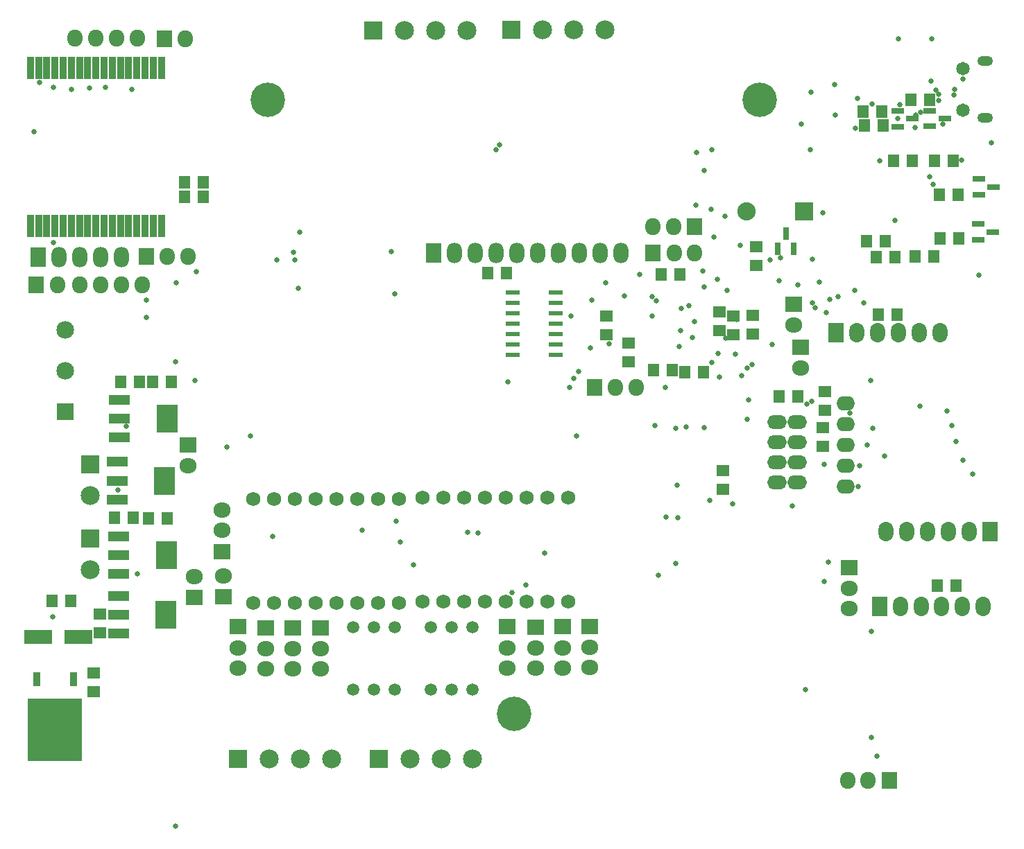
<source format=gbs>
G04*
G04 #@! TF.GenerationSoftware,Altium Limited,Altium Designer,18.1.6 (161)*
G04*
G04 Layer_Color=16711935*
%FSTAX24Y24*%
%MOIN*%
G70*
G01*
G75*
%ADD49R,0.0630X0.0580*%
%ADD52R,0.0580X0.0630*%
%ADD59R,0.0600X0.0300*%
%ADD65O,0.0750X0.0480*%
%ADD66C,0.0320*%
%ADD67C,0.0650*%
%ADD68O,0.0730X0.0830*%
%ADD69R,0.0730X0.0830*%
%ADD70O,0.0830X0.0730*%
%ADD71R,0.0830X0.0730*%
%ADD72R,0.0880X0.0880*%
%ADD73C,0.0880*%
%ADD74O,0.0940X0.0680*%
%ADD75C,0.0907*%
%ADD76R,0.0907X0.0907*%
%ADD77O,0.0730X0.0980*%
%ADD78R,0.0730X0.0980*%
%ADD79O,0.0730X0.0930*%
%ADD80R,0.0730X0.0930*%
%ADD81O,0.0730X0.0930*%
%ADD82R,0.0730X0.0930*%
%ADD83R,0.0907X0.0907*%
%ADD84C,0.0680*%
%ADD85C,0.0592*%
%ADD86C,0.0848*%
%ADD87R,0.0848X0.0848*%
%ADD88C,0.1655*%
%ADD89C,0.0257*%
%ADD117R,0.0370X0.0670*%
%ADD118R,0.2620X0.3040*%
%ADD122R,0.0670X0.0210*%
%ADD125R,0.1320X0.0710*%
%ADD126R,0.1025X0.0474*%
%ADD127R,0.1025X0.1379*%
%ADD128R,0.0336X0.1080*%
%ADD129R,0.0300X0.0600*%
%ADD130O,0.0880X0.0680*%
D49*
X003425Y007868D02*
D03*
Y006969D02*
D03*
X00374Y010709D02*
D03*
Y009809D02*
D03*
X033661Y016698D02*
D03*
Y017598D02*
D03*
X035276Y02748D02*
D03*
Y02838D02*
D03*
X035118Y025079D02*
D03*
Y024179D02*
D03*
X028071Y025034D02*
D03*
Y024134D02*
D03*
X034183Y025054D02*
D03*
Y024154D02*
D03*
X029134Y023735D02*
D03*
Y022835D02*
D03*
X033504Y024356D02*
D03*
Y025256D02*
D03*
X038583Y021417D02*
D03*
Y020517D02*
D03*
X038465Y019685D02*
D03*
Y018785D02*
D03*
D52*
X001423Y011339D02*
D03*
X002323D02*
D03*
X006963Y015315D02*
D03*
X006063D02*
D03*
X00716Y02189D02*
D03*
X00626D02*
D03*
X005624D02*
D03*
X004724D02*
D03*
X005349Y015354D02*
D03*
X004449D02*
D03*
X007795Y031476D02*
D03*
X008695D02*
D03*
X007801Y030787D02*
D03*
X008701D02*
D03*
X023262Y027126D02*
D03*
X022362D02*
D03*
X031591Y027049D02*
D03*
X030691D02*
D03*
X03035Y022441D02*
D03*
X03125D02*
D03*
X03185Y022333D02*
D03*
X03275D02*
D03*
X044882Y012087D02*
D03*
X043982D02*
D03*
X041142Y025118D02*
D03*
X042042D02*
D03*
X036378Y021181D02*
D03*
X037278D02*
D03*
X044994Y02878D02*
D03*
X044094D02*
D03*
X044061Y030866D02*
D03*
X044961D02*
D03*
X041294Y034882D02*
D03*
X040394D02*
D03*
X041378Y034213D02*
D03*
X040478D02*
D03*
X043587Y035453D02*
D03*
X042687D02*
D03*
X041457Y028661D02*
D03*
X040557D02*
D03*
X043819Y027913D02*
D03*
X042919D02*
D03*
X041929Y027874D02*
D03*
X041029D02*
D03*
X044724Y03252D02*
D03*
X043824D02*
D03*
X042756D02*
D03*
X041856D02*
D03*
D59*
X046633Y029094D02*
D03*
X045927Y029469D02*
D03*
Y028719D02*
D03*
X046672Y03126D02*
D03*
X045966Y031635D02*
D03*
Y030885D02*
D03*
X042775Y034528D02*
D03*
X042069Y034903D02*
D03*
Y034153D02*
D03*
X044321Y034537D02*
D03*
X043615Y034912D02*
D03*
Y034162D02*
D03*
D65*
X04627Y037323D02*
D03*
Y034567D02*
D03*
D66*
X046405Y037323D02*
D03*
X046135D02*
D03*
X046405Y034567D02*
D03*
X046135D02*
D03*
D67*
X045207Y036929D02*
D03*
Y034961D02*
D03*
D68*
X032309Y028071D02*
D03*
X031329D02*
D03*
X031299Y029331D02*
D03*
X030319D02*
D03*
X028508Y021614D02*
D03*
X029488D02*
D03*
X001693Y026535D02*
D03*
X00553Y038406D02*
D03*
X00452D02*
D03*
X00354D02*
D03*
X00253D02*
D03*
X006978Y027913D02*
D03*
X007958D02*
D03*
X007844Y038366D02*
D03*
X002774Y026535D02*
D03*
X003784D02*
D03*
X004764D02*
D03*
X005774D02*
D03*
X040644Y002717D02*
D03*
X039664D02*
D03*
D69*
X030319Y028071D02*
D03*
X032309Y029331D02*
D03*
X027498Y021614D02*
D03*
X000683Y026535D02*
D03*
X005968Y027913D02*
D03*
X006834Y038366D02*
D03*
X041654Y002717D02*
D03*
D70*
X007958Y017848D02*
D03*
X037392Y022533D02*
D03*
X037077Y0246D02*
D03*
X008268Y01252D02*
D03*
X009685Y012559D02*
D03*
X009606Y014734D02*
D03*
Y015714D02*
D03*
X012992Y009051D02*
D03*
Y008071D02*
D03*
X014331Y009051D02*
D03*
Y008071D02*
D03*
X010354Y009094D02*
D03*
Y008114D02*
D03*
X011693Y009045D02*
D03*
Y008065D02*
D03*
X024685Y009084D02*
D03*
Y008104D02*
D03*
X023307Y009094D02*
D03*
Y008114D02*
D03*
X027283Y009108D02*
D03*
Y008128D02*
D03*
X025984Y009094D02*
D03*
Y008114D02*
D03*
X039724Y011943D02*
D03*
Y010963D02*
D03*
D71*
X007958Y018858D02*
D03*
X037392Y023543D02*
D03*
X037077Y02561D02*
D03*
X008268Y01151D02*
D03*
X009685Y011549D02*
D03*
X009606Y013724D02*
D03*
X012992Y010061D02*
D03*
X014331D02*
D03*
X010354Y010104D02*
D03*
X011693Y010055D02*
D03*
X024685Y010094D02*
D03*
X023307Y010104D02*
D03*
X027283Y010118D02*
D03*
X025984Y010104D02*
D03*
X039724Y012953D02*
D03*
D72*
X037581Y030089D02*
D03*
D73*
X034793D02*
D03*
D74*
X036276Y019961D02*
D03*
X037244D02*
D03*
X036276Y018992D02*
D03*
X037244D02*
D03*
X036276Y018024D02*
D03*
X037244D02*
D03*
X036276Y017055D02*
D03*
X037244D02*
D03*
D75*
X028014Y038819D02*
D03*
X026514D02*
D03*
X025014D02*
D03*
X021386Y03878D02*
D03*
X019886D02*
D03*
X018386D02*
D03*
X003258Y012833D02*
D03*
X003255Y016415D02*
D03*
X02162Y00373D02*
D03*
X02012D02*
D03*
X01862D02*
D03*
X014878D02*
D03*
X013378D02*
D03*
X011878D02*
D03*
D76*
X023514Y038819D02*
D03*
X016886Y03878D02*
D03*
X01712Y00373D02*
D03*
X010378D02*
D03*
D77*
X028764Y028071D02*
D03*
X027764D02*
D03*
X025764D02*
D03*
X023764D02*
D03*
X020764D02*
D03*
X021764D02*
D03*
X022764D02*
D03*
X024764D02*
D03*
X026764D02*
D03*
X004756Y027874D02*
D03*
X001756D02*
D03*
X002756D02*
D03*
X003756D02*
D03*
D78*
X019764Y028071D02*
D03*
X000756Y027874D02*
D03*
D79*
X042512Y014685D02*
D03*
X045512D02*
D03*
X044512D02*
D03*
X043512D02*
D03*
X041512D02*
D03*
D80*
X046512D02*
D03*
D81*
X04411Y024232D02*
D03*
X04311D02*
D03*
X04211D02*
D03*
X04111D02*
D03*
X04011D02*
D03*
X046154Y011063D02*
D03*
X045165D02*
D03*
X044177D02*
D03*
X043189D02*
D03*
X042201D02*
D03*
D82*
X03911Y024232D02*
D03*
X041213Y011063D02*
D03*
D83*
X003258Y014333D02*
D03*
X003255Y017915D02*
D03*
D84*
X011118Y01626D02*
D03*
Y01126D02*
D03*
X012118D02*
D03*
X013118D02*
D03*
X014118D02*
D03*
X015118D02*
D03*
X016118D02*
D03*
X017118D02*
D03*
X018118D02*
D03*
Y01626D02*
D03*
X017118D02*
D03*
X016118D02*
D03*
X015118D02*
D03*
X014118D02*
D03*
X013118D02*
D03*
X012118D02*
D03*
X026228Y011299D02*
D03*
Y016299D02*
D03*
X025228D02*
D03*
X024228D02*
D03*
X023228D02*
D03*
X022228D02*
D03*
X021228D02*
D03*
X020228D02*
D03*
X019228D02*
D03*
Y011299D02*
D03*
X020228D02*
D03*
X021228D02*
D03*
X022228D02*
D03*
X023228D02*
D03*
X024228D02*
D03*
X025228D02*
D03*
D85*
X01589Y010083D02*
D03*
X01689D02*
D03*
X01789D02*
D03*
Y007083D02*
D03*
X01689D02*
D03*
X01589D02*
D03*
X01963Y010083D02*
D03*
X02063D02*
D03*
X02163D02*
D03*
Y007083D02*
D03*
X02063D02*
D03*
X01963D02*
D03*
D86*
X002062Y022402D02*
D03*
Y02437D02*
D03*
D87*
Y020433D02*
D03*
D88*
X023622Y005906D02*
D03*
X035433Y035433D02*
D03*
X011811D02*
D03*
D89*
X000827Y03627D02*
D03*
X000571Y033907D02*
D03*
X033421Y023238D02*
D03*
X033809Y023967D02*
D03*
X005984Y02498D02*
D03*
X042158Y035218D02*
D03*
X042938Y034714D02*
D03*
X043181Y034834D02*
D03*
X005959Y02581D02*
D03*
X005551Y012638D02*
D03*
X004596Y016693D02*
D03*
X00501Y019745D02*
D03*
X013118Y027754D02*
D03*
X013258Y026378D02*
D03*
X008297Y021929D02*
D03*
X012229Y027741D02*
D03*
X027303Y023514D02*
D03*
X029124Y02373D02*
D03*
X030276Y025994D02*
D03*
X044252Y034291D02*
D03*
X042894Y034104D02*
D03*
X042057Y034557D02*
D03*
X045209Y036458D02*
D03*
X043681Y036358D02*
D03*
X043691Y038386D02*
D03*
X042087D02*
D03*
X032309Y024783D02*
D03*
X031654Y025404D02*
D03*
X032028Y025561D02*
D03*
X036429Y027856D02*
D03*
X035925Y027736D02*
D03*
X034183Y024154D02*
D03*
X035108Y024183D02*
D03*
X03185Y022333D02*
D03*
X026722Y022362D02*
D03*
X03314Y022795D02*
D03*
X04312Y020709D02*
D03*
X039783Y020374D02*
D03*
X036378Y021181D02*
D03*
X040876Y019646D02*
D03*
X001516Y028563D02*
D03*
X008711Y030778D02*
D03*
X008695Y031476D02*
D03*
X012037Y014439D02*
D03*
X017953Y015187D02*
D03*
X01817Y014193D02*
D03*
X013032Y02812D02*
D03*
X031624Y024331D02*
D03*
X032215Y023996D02*
D03*
X031557Y023583D02*
D03*
X02819Y023712D02*
D03*
X029656Y027049D02*
D03*
X030284Y025049D02*
D03*
X030896Y021614D02*
D03*
X023327Y02188D02*
D03*
X026496Y022028D02*
D03*
X022756Y033041D02*
D03*
X013337Y029075D02*
D03*
X026378Y025034D02*
D03*
X03047Y025783D02*
D03*
X027362Y025817D02*
D03*
X038524Y012293D02*
D03*
X03873Y013199D02*
D03*
X036998Y015915D02*
D03*
X038543Y017913D02*
D03*
X034833Y020069D02*
D03*
X034843Y022536D02*
D03*
X034575Y022185D02*
D03*
X034911Y021024D02*
D03*
X033496Y022127D02*
D03*
X035069Y022726D02*
D03*
X036038Y023691D02*
D03*
X037709Y020818D02*
D03*
X040787Y004764D02*
D03*
X041063Y003868D02*
D03*
X01789Y02611D02*
D03*
X009833Y01875D02*
D03*
X046585Y033366D02*
D03*
X04002Y034065D02*
D03*
X037431Y034262D02*
D03*
X040138Y035522D02*
D03*
X041949Y029656D02*
D03*
X041476Y028661D02*
D03*
X043839Y027894D02*
D03*
X041919Y027874D02*
D03*
X039075Y034695D02*
D03*
X044815Y035947D02*
D03*
X044035Y035699D02*
D03*
X044783Y035689D02*
D03*
X04389Y035927D02*
D03*
X045148Y03253D02*
D03*
X044026Y035413D02*
D03*
X042756Y03252D02*
D03*
X041201Y03251D02*
D03*
X04378Y031368D02*
D03*
X043612Y031752D02*
D03*
X040848Y035257D02*
D03*
X04264Y035415D02*
D03*
X040768Y021929D02*
D03*
X017726Y02813D02*
D03*
X040423Y034872D02*
D03*
X037904Y035807D02*
D03*
X039035Y036191D02*
D03*
X008366Y027188D02*
D03*
X022933Y033278D02*
D03*
X033228Y028858D02*
D03*
X030401Y019774D02*
D03*
X026644Y019282D02*
D03*
X030691Y027049D02*
D03*
X040423Y025683D02*
D03*
X041437Y018297D02*
D03*
X038809Y025837D02*
D03*
X038307Y026683D02*
D03*
X038622Y025197D02*
D03*
X03378Y029843D02*
D03*
X03811Y025433D02*
D03*
X040591Y018858D02*
D03*
X040242Y017858D02*
D03*
X040177Y016841D02*
D03*
X044429Y020482D02*
D03*
X044656Y019774D02*
D03*
X044882Y019006D02*
D03*
X045669Y017441D02*
D03*
X045197Y01812D02*
D03*
X031476Y0169D02*
D03*
X030581Y012579D02*
D03*
X030932Y015384D02*
D03*
X031388Y01313D02*
D03*
X031506Y015354D02*
D03*
X021398Y014646D02*
D03*
X025108Y013661D02*
D03*
X0219Y014606D02*
D03*
X023525Y011733D02*
D03*
X024209Y012126D02*
D03*
X031407Y019656D02*
D03*
X031909Y019695D02*
D03*
X032782Y019685D02*
D03*
X010974Y019291D02*
D03*
X001457Y010591D02*
D03*
X036378Y026752D02*
D03*
X032717Y027205D02*
D03*
X034259Y023213D02*
D03*
X03275Y022333D02*
D03*
X033418Y026801D02*
D03*
X033504Y025285D02*
D03*
X033671Y017608D02*
D03*
X033041Y016191D02*
D03*
X034136Y016004D02*
D03*
X037943Y020955D02*
D03*
X037972Y025683D02*
D03*
X039213Y025965D02*
D03*
X04001Y02627D02*
D03*
X037264Y026535D02*
D03*
X034352Y024883D02*
D03*
X033865Y026273D02*
D03*
X032782Y026457D02*
D03*
X035226Y025089D02*
D03*
X034488Y028435D02*
D03*
X032411Y032904D02*
D03*
X03312Y033031D02*
D03*
X032785Y032047D02*
D03*
X032354Y030375D02*
D03*
X0331Y030177D02*
D03*
X031604Y027018D02*
D03*
X037963Y027766D02*
D03*
X038484Y03002D02*
D03*
X037854Y033031D02*
D03*
X028937Y026024D02*
D03*
X028092Y025011D02*
D03*
X03125Y022441D02*
D03*
X037638Y007083D02*
D03*
X026299Y021614D02*
D03*
X006929Y013543D02*
D03*
X005276Y035939D02*
D03*
X002362Y035945D02*
D03*
X001496Y036043D02*
D03*
X003228Y036024D02*
D03*
X004016Y036043D02*
D03*
X007402Y026654D02*
D03*
X028031D02*
D03*
X040787Y009882D02*
D03*
X045984Y027008D02*
D03*
X029134Y022868D02*
D03*
X007362Y022835D02*
D03*
Y000512D02*
D03*
X016339Y014734D02*
D03*
X018819Y013071D02*
D03*
D117*
X000689Y007562D02*
D03*
X002461D02*
D03*
D118*
X001575Y005157D02*
D03*
D122*
X025622Y026185D02*
D03*
Y025685D02*
D03*
Y025185D02*
D03*
Y024685D02*
D03*
Y024185D02*
D03*
Y023685D02*
D03*
Y023185D02*
D03*
X023572D02*
D03*
Y023685D02*
D03*
Y024185D02*
D03*
Y024685D02*
D03*
Y025185D02*
D03*
Y025685D02*
D03*
Y026185D02*
D03*
D125*
X002697Y009606D02*
D03*
X000768D02*
D03*
D126*
X004632Y009764D02*
D03*
Y010669D02*
D03*
Y011575D02*
D03*
X004646Y012638D02*
D03*
Y013543D02*
D03*
Y014449D02*
D03*
X004685Y019213D02*
D03*
Y020118D02*
D03*
Y021024D02*
D03*
X004567Y01622D02*
D03*
Y017126D02*
D03*
Y018032D02*
D03*
D127*
X006916Y010669D02*
D03*
X006929Y013543D02*
D03*
X006969Y020118D02*
D03*
X00685Y017126D02*
D03*
D128*
X000394Y02937D02*
D03*
X000787D02*
D03*
X001181D02*
D03*
X001575D02*
D03*
X001969D02*
D03*
X002362D02*
D03*
X002756D02*
D03*
X00315D02*
D03*
X003543D02*
D03*
X003937D02*
D03*
X004331D02*
D03*
X004724D02*
D03*
X005118D02*
D03*
X005512D02*
D03*
X005906D02*
D03*
X006299D02*
D03*
X006693D02*
D03*
Y036969D02*
D03*
X006299D02*
D03*
X005906D02*
D03*
X005512D02*
D03*
X005118D02*
D03*
X004724D02*
D03*
X004331D02*
D03*
X003937D02*
D03*
X003543D02*
D03*
X00315D02*
D03*
X002756D02*
D03*
X002362D02*
D03*
X001969D02*
D03*
X001575D02*
D03*
X001181D02*
D03*
X000787D02*
D03*
X000394D02*
D03*
D129*
X036693Y028995D02*
D03*
X036318Y028289D02*
D03*
X037068D02*
D03*
D130*
X039567Y016858D02*
D03*
Y017858D02*
D03*
Y018858D02*
D03*
Y019858D02*
D03*
Y020858D02*
D03*
M02*

</source>
